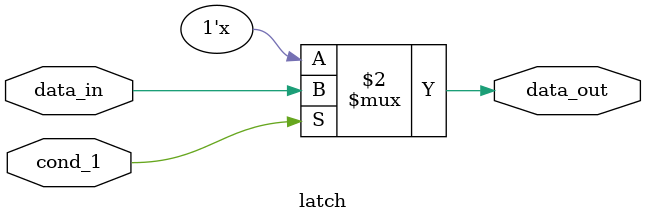
<source format=v>
module latch (cond_1, data_in, data_out);

input cond_1;
input data_in;
output data_out;

reg data_out;

always @(cond_1 or data_in)
  begin
    if (cond_1)
        data_out <= data_in;
  end

endmodule
</source>
